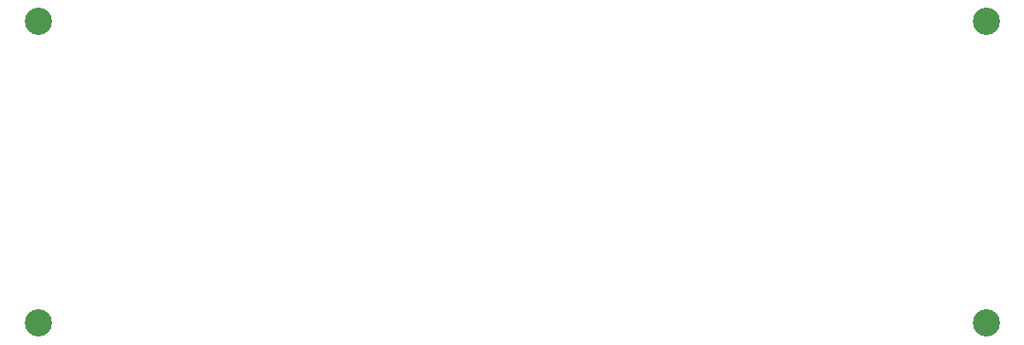
<source format=gbr>
%TF.GenerationSoftware,KiCad,Pcbnew,7.0.2*%
%TF.CreationDate,2023-08-17T14:48:07+02:00*%
%TF.ProjectId,Samsung-VFD-Display,53616d73-756e-4672-9d56-46442d446973,0.1*%
%TF.SameCoordinates,Original*%
%TF.FileFunction,NonPlated,1,2,NPTH,Drill*%
%TF.FilePolarity,Positive*%
%FSLAX46Y46*%
G04 Gerber Fmt 4.6, Leading zero omitted, Abs format (unit mm)*
G04 Created by KiCad (PCBNEW 7.0.2) date 2023-08-17 14:48:07*
%MOMM*%
%LPD*%
G01*
G04 APERTURE LIST*
%TA.AperFunction,ComponentDrill*%
%ADD10C,2.700000*%
%TD*%
G04 APERTURE END LIST*
D10*
%TO.C,H4*%
X97250000Y-60000000D03*
%TO.C,H1*%
X97250000Y-90000000D03*
%TO.C,H3*%
X191250000Y-60000000D03*
%TO.C,H2*%
X191250000Y-90000000D03*
M02*

</source>
